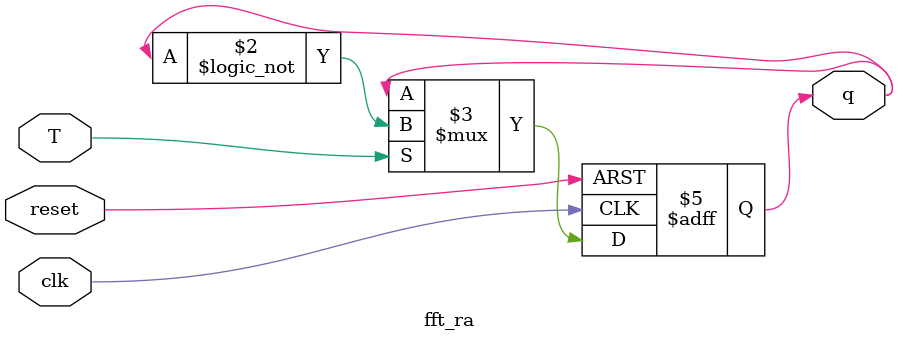
<source format=v>
module fft_ra (
	input T,
	input clk,
	input reset,
	output q
);
//------------Variables Internas--------
reg q;

//-------------Descripcion---------
always @ (posedge clk or posedge reset)
if (reset) begin
  q <= 1'b0;
end  else if (T) begin
  q <= !q;
end

endmodule //Fin del modulo

</source>
